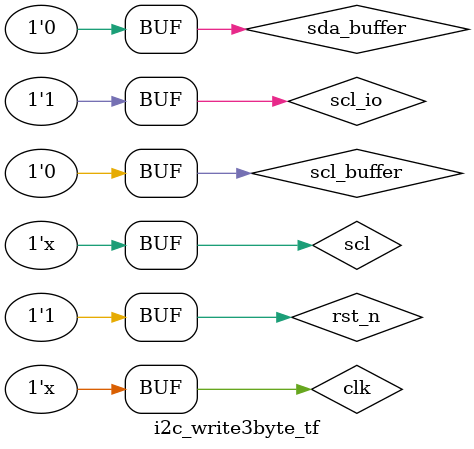
<source format=v>
`timescale 1ns / 1ps


module i2c_write3byte_tf;

	// Inputs
	reg clk;
	reg rst_n;

	// Bidirs
	wire sda;
	wire scl;
	
	reg sda_buffer; // stores the input to be forced
	reg sda_io;     // 0 is input, 1 is output
	reg scl_buffer; // stores the input to be forced
	reg scl_io;     // 0 is input, 1 is output
	
	reg [3:0]tiks;
	initial tiks = 0;
	// Instantiate the Unit Under Test (UUT)
	i2c_controller_tst2 uut (
		.clk(clk), 
		.rst_n(rst_n), 
		.sda(sda), 
		.scl(scl)
	);

	initial begin
		// Initialize Inputs
		clk = 0;
		rst_n = 0;
		sda_io = 1;
		sda_buffer <= 0;
		scl_io = 1;
		scl_buffer <= 0;
		// Wait 100 ns for global reset to finish
		#100;
		rst_n = 1;
		// Add stimulus here

	end
	
	always #5 clk = !clk;
	assign sda = (sda_io) ? 1'bz : sda_buffer;
	assign scl = (scl_io) ? 1'bz : scl_buffer;
	
	always@(negedge scl)begin
		if(tiks == 8) begin
			tiks <= 0;
			sda_io <= 0;
			# 22050
			sda_io <= 1;
		end
		else tiks <= tiks+1;
	end
      
endmodule


</source>
